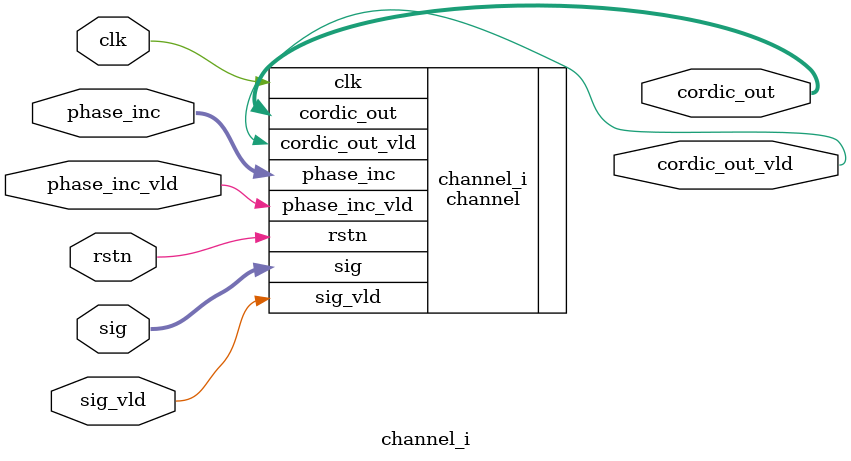
<source format=v>
`timescale 1ns / 1ps


module channel_i(
    clk,
    cordic_out,
    cordic_out_vld,
    phase_inc,
    phase_inc_vld,
    rstn,
    sig,
    sig_vld);
  input clk;
  output [15:0]cordic_out;
  output cordic_out_vld;
  input [15:0]phase_inc;
  input phase_inc_vld;
  input rstn;
  input [15:0]sig;
  input sig_vld;
  
   wire clk;
  wire [15:0]cordic_out;
  wire cordic_out_vld;
  wire [15:0]phase_inc;
  wire phase_inc_vld;
  wire rstn;
  wire [15:0]sig;
  wire sig_vld;

  channel channel_i
       (.clk(clk),
        .cordic_out(cordic_out),
        .cordic_out_vld(cordic_out_vld),
        .phase_inc(phase_inc),
        .phase_inc_vld(phase_inc_vld),
        .rstn(rstn),
        .sig(sig),
        .sig_vld(sig_vld));
    
endmodule

</source>
